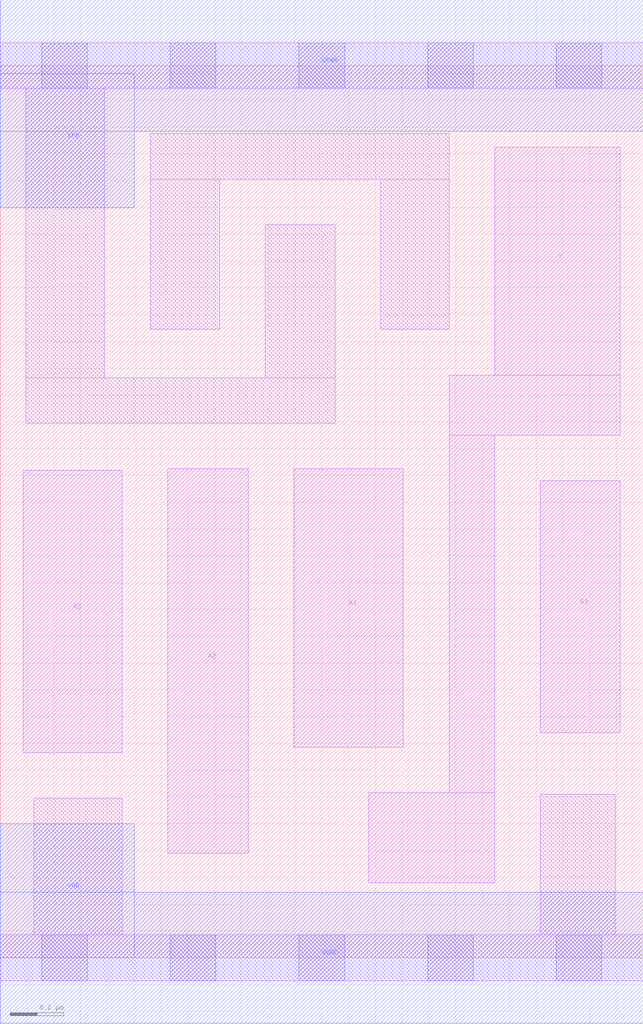
<source format=lef>
# Copyright 2020 The SkyWater PDK Authors
#
# Licensed under the Apache License, Version 2.0 (the "License");
# you may not use this file except in compliance with the License.
# You may obtain a copy of the License at
#
#     https://www.apache.org/licenses/LICENSE-2.0
#
# Unless required by applicable law or agreed to in writing, software
# distributed under the License is distributed on an "AS IS" BASIS,
# WITHOUT WARRANTIES OR CONDITIONS OF ANY KIND, either express or implied.
# See the License for the specific language governing permissions and
# limitations under the License.
#
# SPDX-License-Identifier: Apache-2.0

VERSION 5.5 ;
NAMESCASESENSITIVE ON ;
BUSBITCHARS "[]" ;
DIVIDERCHAR "/" ;
MACRO sky130_fd_sc_lp__a31oi_0
  CLASS CORE ;
  SOURCE USER ;
  ORIGIN  0.000000  0.000000 ;
  SIZE  2.400000 BY  3.330000 ;
  SYMMETRY X Y R90 ;
  SITE unit ;
  PIN A1
    ANTENNAGATEAREA  0.159000 ;
    DIRECTION INPUT ;
    USE SIGNAL ;
    PORT
      LAYER li1 ;
        RECT 1.095000 0.785000 1.505000 1.825000 ;
    END
  END A1
  PIN A2
    ANTENNAGATEAREA  0.159000 ;
    DIRECTION INPUT ;
    USE SIGNAL ;
    PORT
      LAYER li1 ;
        RECT 0.625000 0.390000 0.925000 1.825000 ;
    END
  END A2
  PIN A3
    ANTENNAGATEAREA  0.159000 ;
    DIRECTION INPUT ;
    USE SIGNAL ;
    PORT
      LAYER li1 ;
        RECT 0.085000 0.765000 0.455000 1.820000 ;
    END
  END A3
  PIN B1
    ANTENNAGATEAREA  0.159000 ;
    DIRECTION INPUT ;
    USE SIGNAL ;
    PORT
      LAYER li1 ;
        RECT 2.015000 0.840000 2.315000 1.780000 ;
    END
  END B1
  PIN Y
    ANTENNADIFFAREA  0.346000 ;
    DIRECTION OUTPUT ;
    USE SIGNAL ;
    PORT
      LAYER li1 ;
        RECT 1.375000 0.280000 1.845000 0.615000 ;
        RECT 1.675000 0.615000 1.845000 1.950000 ;
        RECT 1.675000 1.950000 2.315000 2.175000 ;
        RECT 1.845000 2.175000 2.315000 3.025000 ;
    END
  END Y
  PIN VGND
    DIRECTION INOUT ;
    USE GROUND ;
    PORT
      LAYER met1 ;
        RECT 0.000000 -0.245000 2.400000 0.245000 ;
    END
  END VGND
  PIN VNB
    DIRECTION INOUT ;
    USE GROUND ;
    PORT
    END
  END VNB
  PIN VPB
    DIRECTION INOUT ;
    USE POWER ;
    PORT
    END
  END VPB
  PIN VNB
    DIRECTION INOUT ;
    USE GROUND ;
    PORT
      LAYER met1 ;
        RECT 0.000000 0.000000 0.500000 0.500000 ;
    END
  END VNB
  PIN VPB
    DIRECTION INOUT ;
    USE POWER ;
    PORT
      LAYER met1 ;
        RECT 0.000000 2.800000 0.500000 3.300000 ;
    END
  END VPB
  PIN VPWR
    DIRECTION INOUT ;
    USE POWER ;
    PORT
      LAYER met1 ;
        RECT 0.000000 3.085000 2.400000 3.575000 ;
    END
  END VPWR
  OBS
    LAYER li1 ;
      RECT 0.000000 -0.085000 2.400000 0.085000 ;
      RECT 0.000000  3.245000 2.400000 3.415000 ;
      RECT 0.095000  1.995000 1.250000 2.165000 ;
      RECT 0.095000  2.165000 0.390000 3.245000 ;
      RECT 0.125000  0.085000 0.455000 0.595000 ;
      RECT 0.560000  2.345000 0.820000 2.905000 ;
      RECT 0.560000  2.905000 1.675000 3.075000 ;
      RECT 0.990000  2.165000 1.250000 2.735000 ;
      RECT 1.420000  2.345000 1.675000 2.905000 ;
      RECT 2.015000  0.085000 2.295000 0.610000 ;
    LAYER mcon ;
      RECT 0.155000 -0.085000 0.325000 0.085000 ;
      RECT 0.155000  3.245000 0.325000 3.415000 ;
      RECT 0.635000 -0.085000 0.805000 0.085000 ;
      RECT 0.635000  3.245000 0.805000 3.415000 ;
      RECT 1.115000 -0.085000 1.285000 0.085000 ;
      RECT 1.115000  3.245000 1.285000 3.415000 ;
      RECT 1.595000 -0.085000 1.765000 0.085000 ;
      RECT 1.595000  3.245000 1.765000 3.415000 ;
      RECT 2.075000 -0.085000 2.245000 0.085000 ;
      RECT 2.075000  3.245000 2.245000 3.415000 ;
  END
END sky130_fd_sc_lp__a31oi_0
END LIBRARY

</source>
